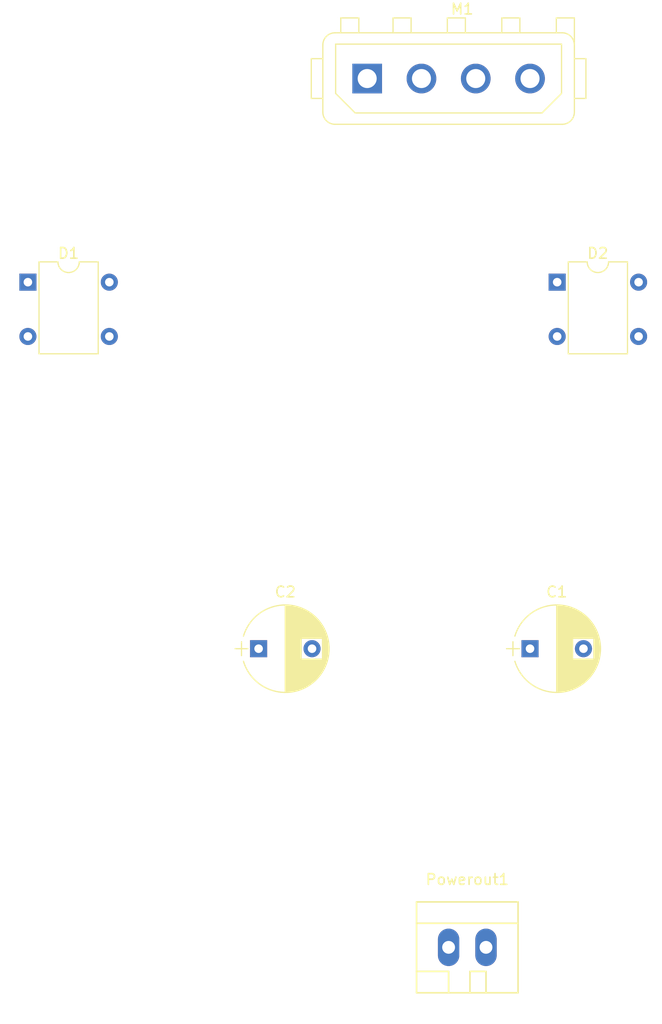
<source format=kicad_pcb>
(kicad_pcb (version 20171130) (host pcbnew "(5.1.0-0)")

  (general
    (thickness 1.6)
    (drawings 0)
    (tracks 0)
    (zones 0)
    (modules 6)
    (nets 6)
  )

  (page A4)
  (layers
    (0 F.Cu signal)
    (31 B.Cu signal)
    (32 B.Adhes user)
    (33 F.Adhes user)
    (34 B.Paste user)
    (35 F.Paste user)
    (36 B.SilkS user)
    (37 F.SilkS user)
    (38 B.Mask user)
    (39 F.Mask user)
    (40 Dwgs.User user)
    (41 Cmts.User user)
    (42 Eco1.User user)
    (43 Eco2.User user)
    (44 Edge.Cuts user)
    (45 Margin user)
    (46 B.CrtYd user)
    (47 F.CrtYd user)
    (48 B.Fab user)
    (49 F.Fab user)
  )

  (setup
    (last_trace_width 0.25)
    (trace_clearance 0.2)
    (zone_clearance 0.508)
    (zone_45_only no)
    (trace_min 0.2)
    (via_size 0.8)
    (via_drill 0.4)
    (via_min_size 0.4)
    (via_min_drill 0.3)
    (uvia_size 0.3)
    (uvia_drill 0.1)
    (uvias_allowed no)
    (uvia_min_size 0.2)
    (uvia_min_drill 0.1)
    (edge_width 0.1)
    (segment_width 0.2)
    (pcb_text_width 0.3)
    (pcb_text_size 1.5 1.5)
    (mod_edge_width 0.15)
    (mod_text_size 1 1)
    (mod_text_width 0.15)
    (pad_size 1.524 1.524)
    (pad_drill 0.762)
    (pad_to_mask_clearance 0)
    (aux_axis_origin 0 0)
    (visible_elements FFFFEF7F)
    (pcbplotparams
      (layerselection 0x010fc_ffffffff)
      (usegerberextensions false)
      (usegerberattributes false)
      (usegerberadvancedattributes false)
      (creategerberjobfile false)
      (excludeedgelayer true)
      (linewidth 0.100000)
      (plotframeref false)
      (viasonmask false)
      (mode 1)
      (useauxorigin false)
      (hpglpennumber 1)
      (hpglpenspeed 20)
      (hpglpendiameter 15.000000)
      (psnegative false)
      (psa4output false)
      (plotreference true)
      (plotvalue true)
      (plotinvisibletext false)
      (padsonsilk false)
      (subtractmaskfromsilk false)
      (outputformat 1)
      (mirror false)
      (drillshape 1)
      (scaleselection 1)
      (outputdirectory ""))
  )

  (net 0 "")
  (net 1 "Net-(C1-Pad2)")
  (net 2 +12V)
  (net 3 GND)
  (net 4 "Net-(D1-Pad3)")
  (net 5 "Net-(D2-Pad3)")

  (net_class Default "This is the default net class."
    (clearance 0.2)
    (trace_width 0.25)
    (via_dia 0.8)
    (via_drill 0.4)
    (uvia_dia 0.3)
    (uvia_drill 0.1)
    (add_net +12V)
    (add_net GND)
    (add_net "Net-(C1-Pad2)")
    (add_net "Net-(D1-Pad3)")
    (add_net "Net-(D2-Pad3)")
  )

  (module Capacitors_THT:CP_Radial_D8.0mm_P5.00mm (layer F.Cu) (tedit 597BC7C2) (tstamp 61001B43)
    (at 113.03 93.98)
    (descr "CP, Radial series, Radial, pin pitch=5.00mm, , diameter=8mm, Electrolytic Capacitor")
    (tags "CP Radial series Radial pin pitch 5.00mm  diameter 8mm Electrolytic Capacitor")
    (path /60F96173)
    (fp_text reference C1 (at 2.5 -5.31) (layer F.SilkS)
      (effects (font (size 1 1) (thickness 0.15)))
    )
    (fp_text value Capacitor (at 2.5 5.31) (layer F.Fab)
      (effects (font (size 1 1) (thickness 0.15)))
    )
    (fp_text user %R (at 2.5 0) (layer F.Fab)
      (effects (font (size 1 1) (thickness 0.15)))
    )
    (fp_line (start 6.85 -4.35) (end -1.85 -4.35) (layer F.CrtYd) (width 0.05))
    (fp_line (start 6.85 4.35) (end 6.85 -4.35) (layer F.CrtYd) (width 0.05))
    (fp_line (start -1.85 4.35) (end 6.85 4.35) (layer F.CrtYd) (width 0.05))
    (fp_line (start -1.85 -4.35) (end -1.85 4.35) (layer F.CrtYd) (width 0.05))
    (fp_line (start -1.6 -0.65) (end -1.6 0.65) (layer F.SilkS) (width 0.12))
    (fp_line (start -2.2 0) (end -1 0) (layer F.SilkS) (width 0.12))
    (fp_line (start 6.581 -0.246) (end 6.581 0.246) (layer F.SilkS) (width 0.12))
    (fp_line (start 6.541 -0.598) (end 6.541 0.598) (layer F.SilkS) (width 0.12))
    (fp_line (start 6.501 -0.814) (end 6.501 0.814) (layer F.SilkS) (width 0.12))
    (fp_line (start 6.461 -0.983) (end 6.461 0.983) (layer F.SilkS) (width 0.12))
    (fp_line (start 6.421 -1.127) (end 6.421 1.127) (layer F.SilkS) (width 0.12))
    (fp_line (start 6.381 -1.254) (end 6.381 1.254) (layer F.SilkS) (width 0.12))
    (fp_line (start 6.341 -1.369) (end 6.341 1.369) (layer F.SilkS) (width 0.12))
    (fp_line (start 6.301 -1.473) (end 6.301 1.473) (layer F.SilkS) (width 0.12))
    (fp_line (start 6.261 -1.57) (end 6.261 1.57) (layer F.SilkS) (width 0.12))
    (fp_line (start 6.221 -1.66) (end 6.221 1.66) (layer F.SilkS) (width 0.12))
    (fp_line (start 6.181 -1.745) (end 6.181 1.745) (layer F.SilkS) (width 0.12))
    (fp_line (start 6.141 -1.826) (end 6.141 1.826) (layer F.SilkS) (width 0.12))
    (fp_line (start 6.101 -1.902) (end 6.101 1.902) (layer F.SilkS) (width 0.12))
    (fp_line (start 6.061 -1.974) (end 6.061 1.974) (layer F.SilkS) (width 0.12))
    (fp_line (start 6.021 -2.043) (end 6.021 2.043) (layer F.SilkS) (width 0.12))
    (fp_line (start 5.981 -2.109) (end 5.981 2.109) (layer F.SilkS) (width 0.12))
    (fp_line (start 5.941 0.98) (end 5.941 2.173) (layer F.SilkS) (width 0.12))
    (fp_line (start 5.941 -2.173) (end 5.941 -0.98) (layer F.SilkS) (width 0.12))
    (fp_line (start 5.901 0.98) (end 5.901 2.234) (layer F.SilkS) (width 0.12))
    (fp_line (start 5.901 -2.234) (end 5.901 -0.98) (layer F.SilkS) (width 0.12))
    (fp_line (start 5.861 0.98) (end 5.861 2.293) (layer F.SilkS) (width 0.12))
    (fp_line (start 5.861 -2.293) (end 5.861 -0.98) (layer F.SilkS) (width 0.12))
    (fp_line (start 5.821 0.98) (end 5.821 2.349) (layer F.SilkS) (width 0.12))
    (fp_line (start 5.821 -2.349) (end 5.821 -0.98) (layer F.SilkS) (width 0.12))
    (fp_line (start 5.781 0.98) (end 5.781 2.404) (layer F.SilkS) (width 0.12))
    (fp_line (start 5.781 -2.404) (end 5.781 -0.98) (layer F.SilkS) (width 0.12))
    (fp_line (start 5.741 0.98) (end 5.741 2.457) (layer F.SilkS) (width 0.12))
    (fp_line (start 5.741 -2.457) (end 5.741 -0.98) (layer F.SilkS) (width 0.12))
    (fp_line (start 5.701 0.98) (end 5.701 2.508) (layer F.SilkS) (width 0.12))
    (fp_line (start 5.701 -2.508) (end 5.701 -0.98) (layer F.SilkS) (width 0.12))
    (fp_line (start 5.661 0.98) (end 5.661 2.557) (layer F.SilkS) (width 0.12))
    (fp_line (start 5.661 -2.557) (end 5.661 -0.98) (layer F.SilkS) (width 0.12))
    (fp_line (start 5.621 0.98) (end 5.621 2.605) (layer F.SilkS) (width 0.12))
    (fp_line (start 5.621 -2.605) (end 5.621 -0.98) (layer F.SilkS) (width 0.12))
    (fp_line (start 5.581 0.98) (end 5.581 2.652) (layer F.SilkS) (width 0.12))
    (fp_line (start 5.581 -2.652) (end 5.581 -0.98) (layer F.SilkS) (width 0.12))
    (fp_line (start 5.541 0.98) (end 5.541 2.697) (layer F.SilkS) (width 0.12))
    (fp_line (start 5.541 -2.697) (end 5.541 -0.98) (layer F.SilkS) (width 0.12))
    (fp_line (start 5.501 0.98) (end 5.501 2.74) (layer F.SilkS) (width 0.12))
    (fp_line (start 5.501 -2.74) (end 5.501 -0.98) (layer F.SilkS) (width 0.12))
    (fp_line (start 5.461 0.98) (end 5.461 2.783) (layer F.SilkS) (width 0.12))
    (fp_line (start 5.461 -2.783) (end 5.461 -0.98) (layer F.SilkS) (width 0.12))
    (fp_line (start 5.421 0.98) (end 5.421 2.824) (layer F.SilkS) (width 0.12))
    (fp_line (start 5.421 -2.824) (end 5.421 -0.98) (layer F.SilkS) (width 0.12))
    (fp_line (start 5.381 0.98) (end 5.381 2.865) (layer F.SilkS) (width 0.12))
    (fp_line (start 5.381 -2.865) (end 5.381 -0.98) (layer F.SilkS) (width 0.12))
    (fp_line (start 5.341 0.98) (end 5.341 2.904) (layer F.SilkS) (width 0.12))
    (fp_line (start 5.341 -2.904) (end 5.341 -0.98) (layer F.SilkS) (width 0.12))
    (fp_line (start 5.301 0.98) (end 5.301 2.942) (layer F.SilkS) (width 0.12))
    (fp_line (start 5.301 -2.942) (end 5.301 -0.98) (layer F.SilkS) (width 0.12))
    (fp_line (start 5.261 0.98) (end 5.261 2.979) (layer F.SilkS) (width 0.12))
    (fp_line (start 5.261 -2.979) (end 5.261 -0.98) (layer F.SilkS) (width 0.12))
    (fp_line (start 5.221 0.98) (end 5.221 3.015) (layer F.SilkS) (width 0.12))
    (fp_line (start 5.221 -3.015) (end 5.221 -0.98) (layer F.SilkS) (width 0.12))
    (fp_line (start 5.181 0.98) (end 5.181 3.05) (layer F.SilkS) (width 0.12))
    (fp_line (start 5.181 -3.05) (end 5.181 -0.98) (layer F.SilkS) (width 0.12))
    (fp_line (start 5.141 0.98) (end 5.141 3.084) (layer F.SilkS) (width 0.12))
    (fp_line (start 5.141 -3.084) (end 5.141 -0.98) (layer F.SilkS) (width 0.12))
    (fp_line (start 5.101 0.98) (end 5.101 3.118) (layer F.SilkS) (width 0.12))
    (fp_line (start 5.101 -3.118) (end 5.101 -0.98) (layer F.SilkS) (width 0.12))
    (fp_line (start 5.061 0.98) (end 5.061 3.15) (layer F.SilkS) (width 0.12))
    (fp_line (start 5.061 -3.15) (end 5.061 -0.98) (layer F.SilkS) (width 0.12))
    (fp_line (start 5.021 0.98) (end 5.021 3.182) (layer F.SilkS) (width 0.12))
    (fp_line (start 5.021 -3.182) (end 5.021 -0.98) (layer F.SilkS) (width 0.12))
    (fp_line (start 4.981 0.98) (end 4.981 3.213) (layer F.SilkS) (width 0.12))
    (fp_line (start 4.981 -3.213) (end 4.981 -0.98) (layer F.SilkS) (width 0.12))
    (fp_line (start 4.941 0.98) (end 4.941 3.243) (layer F.SilkS) (width 0.12))
    (fp_line (start 4.941 -3.243) (end 4.941 -0.98) (layer F.SilkS) (width 0.12))
    (fp_line (start 4.901 0.98) (end 4.901 3.272) (layer F.SilkS) (width 0.12))
    (fp_line (start 4.901 -3.272) (end 4.901 -0.98) (layer F.SilkS) (width 0.12))
    (fp_line (start 4.861 0.98) (end 4.861 3.301) (layer F.SilkS) (width 0.12))
    (fp_line (start 4.861 -3.301) (end 4.861 -0.98) (layer F.SilkS) (width 0.12))
    (fp_line (start 4.821 0.98) (end 4.821 3.329) (layer F.SilkS) (width 0.12))
    (fp_line (start 4.821 -3.329) (end 4.821 -0.98) (layer F.SilkS) (width 0.12))
    (fp_line (start 4.781 0.98) (end 4.781 3.356) (layer F.SilkS) (width 0.12))
    (fp_line (start 4.781 -3.356) (end 4.781 -0.98) (layer F.SilkS) (width 0.12))
    (fp_line (start 4.741 0.98) (end 4.741 3.383) (layer F.SilkS) (width 0.12))
    (fp_line (start 4.741 -3.383) (end 4.741 -0.98) (layer F.SilkS) (width 0.12))
    (fp_line (start 4.701 0.98) (end 4.701 3.408) (layer F.SilkS) (width 0.12))
    (fp_line (start 4.701 -3.408) (end 4.701 -0.98) (layer F.SilkS) (width 0.12))
    (fp_line (start 4.661 0.98) (end 4.661 3.434) (layer F.SilkS) (width 0.12))
    (fp_line (start 4.661 -3.434) (end 4.661 -0.98) (layer F.SilkS) (width 0.12))
    (fp_line (start 4.621 0.98) (end 4.621 3.458) (layer F.SilkS) (width 0.12))
    (fp_line (start 4.621 -3.458) (end 4.621 -0.98) (layer F.SilkS) (width 0.12))
    (fp_line (start 4.581 0.98) (end 4.581 3.482) (layer F.SilkS) (width 0.12))
    (fp_line (start 4.581 -3.482) (end 4.581 -0.98) (layer F.SilkS) (width 0.12))
    (fp_line (start 4.541 0.98) (end 4.541 3.505) (layer F.SilkS) (width 0.12))
    (fp_line (start 4.541 -3.505) (end 4.541 -0.98) (layer F.SilkS) (width 0.12))
    (fp_line (start 4.501 0.98) (end 4.501 3.528) (layer F.SilkS) (width 0.12))
    (fp_line (start 4.501 -3.528) (end 4.501 -0.98) (layer F.SilkS) (width 0.12))
    (fp_line (start 4.461 0.98) (end 4.461 3.55) (layer F.SilkS) (width 0.12))
    (fp_line (start 4.461 -3.55) (end 4.461 -0.98) (layer F.SilkS) (width 0.12))
    (fp_line (start 4.421 0.98) (end 4.421 3.572) (layer F.SilkS) (width 0.12))
    (fp_line (start 4.421 -3.572) (end 4.421 -0.98) (layer F.SilkS) (width 0.12))
    (fp_line (start 4.381 0.98) (end 4.381 3.593) (layer F.SilkS) (width 0.12))
    (fp_line (start 4.381 -3.593) (end 4.381 -0.98) (layer F.SilkS) (width 0.12))
    (fp_line (start 4.341 0.98) (end 4.341 3.613) (layer F.SilkS) (width 0.12))
    (fp_line (start 4.341 -3.613) (end 4.341 -0.98) (layer F.SilkS) (width 0.12))
    (fp_line (start 4.301 0.98) (end 4.301 3.633) (layer F.SilkS) (width 0.12))
    (fp_line (start 4.301 -3.633) (end 4.301 -0.98) (layer F.SilkS) (width 0.12))
    (fp_line (start 4.261 0.98) (end 4.261 3.652) (layer F.SilkS) (width 0.12))
    (fp_line (start 4.261 -3.652) (end 4.261 -0.98) (layer F.SilkS) (width 0.12))
    (fp_line (start 4.221 0.98) (end 4.221 3.671) (layer F.SilkS) (width 0.12))
    (fp_line (start 4.221 -3.671) (end 4.221 -0.98) (layer F.SilkS) (width 0.12))
    (fp_line (start 4.181 0.98) (end 4.181 3.69) (layer F.SilkS) (width 0.12))
    (fp_line (start 4.181 -3.69) (end 4.181 -0.98) (layer F.SilkS) (width 0.12))
    (fp_line (start 4.141 0.98) (end 4.141 3.707) (layer F.SilkS) (width 0.12))
    (fp_line (start 4.141 -3.707) (end 4.141 -0.98) (layer F.SilkS) (width 0.12))
    (fp_line (start 4.101 0.98) (end 4.101 3.725) (layer F.SilkS) (width 0.12))
    (fp_line (start 4.101 -3.725) (end 4.101 -0.98) (layer F.SilkS) (width 0.12))
    (fp_line (start 4.061 0.98) (end 4.061 3.741) (layer F.SilkS) (width 0.12))
    (fp_line (start 4.061 -3.741) (end 4.061 -0.98) (layer F.SilkS) (width 0.12))
    (fp_line (start 4.021 0.98) (end 4.021 3.758) (layer F.SilkS) (width 0.12))
    (fp_line (start 4.021 -3.758) (end 4.021 -0.98) (layer F.SilkS) (width 0.12))
    (fp_line (start 3.981 -3.773) (end 3.981 3.773) (layer F.SilkS) (width 0.12))
    (fp_line (start 3.941 -3.789) (end 3.941 3.789) (layer F.SilkS) (width 0.12))
    (fp_line (start 3.901 -3.803) (end 3.901 3.803) (layer F.SilkS) (width 0.12))
    (fp_line (start 3.861 -3.818) (end 3.861 3.818) (layer F.SilkS) (width 0.12))
    (fp_line (start 3.821 -3.832) (end 3.821 3.832) (layer F.SilkS) (width 0.12))
    (fp_line (start 3.781 -3.845) (end 3.781 3.845) (layer F.SilkS) (width 0.12))
    (fp_line (start 3.741 -3.858) (end 3.741 3.858) (layer F.SilkS) (width 0.12))
    (fp_line (start 3.701 -3.87) (end 3.701 3.87) (layer F.SilkS) (width 0.12))
    (fp_line (start 3.661 -3.883) (end 3.661 3.883) (layer F.SilkS) (width 0.12))
    (fp_line (start 3.621 -3.894) (end 3.621 3.894) (layer F.SilkS) (width 0.12))
    (fp_line (start 3.581 -3.905) (end 3.581 3.905) (layer F.SilkS) (width 0.12))
    (fp_line (start 3.541 -3.916) (end 3.541 3.916) (layer F.SilkS) (width 0.12))
    (fp_line (start 3.501 -3.926) (end 3.501 3.926) (layer F.SilkS) (width 0.12))
    (fp_line (start 3.461 -3.936) (end 3.461 3.936) (layer F.SilkS) (width 0.12))
    (fp_line (start 3.421 -3.946) (end 3.421 3.946) (layer F.SilkS) (width 0.12))
    (fp_line (start 3.381 -3.955) (end 3.381 3.955) (layer F.SilkS) (width 0.12))
    (fp_line (start 3.341 -3.963) (end 3.341 3.963) (layer F.SilkS) (width 0.12))
    (fp_line (start 3.301 -3.971) (end 3.301 3.971) (layer F.SilkS) (width 0.12))
    (fp_line (start 3.261 -3.979) (end 3.261 3.979) (layer F.SilkS) (width 0.12))
    (fp_line (start 3.221 -3.987) (end 3.221 3.987) (layer F.SilkS) (width 0.12))
    (fp_line (start 3.18 -3.994) (end 3.18 3.994) (layer F.SilkS) (width 0.12))
    (fp_line (start 3.14 -4) (end 3.14 4) (layer F.SilkS) (width 0.12))
    (fp_line (start 3.1 -4.006) (end 3.1 4.006) (layer F.SilkS) (width 0.12))
    (fp_line (start 3.06 -4.012) (end 3.06 4.012) (layer F.SilkS) (width 0.12))
    (fp_line (start 3.02 -4.017) (end 3.02 4.017) (layer F.SilkS) (width 0.12))
    (fp_line (start 2.98 -4.022) (end 2.98 4.022) (layer F.SilkS) (width 0.12))
    (fp_line (start 2.94 -4.027) (end 2.94 4.027) (layer F.SilkS) (width 0.12))
    (fp_line (start 2.9 -4.031) (end 2.9 4.031) (layer F.SilkS) (width 0.12))
    (fp_line (start 2.86 -4.035) (end 2.86 4.035) (layer F.SilkS) (width 0.12))
    (fp_line (start 2.82 -4.038) (end 2.82 4.038) (layer F.SilkS) (width 0.12))
    (fp_line (start 2.78 -4.041) (end 2.78 4.041) (layer F.SilkS) (width 0.12))
    (fp_line (start 2.74 -4.043) (end 2.74 4.043) (layer F.SilkS) (width 0.12))
    (fp_line (start 2.7 -4.046) (end 2.7 4.046) (layer F.SilkS) (width 0.12))
    (fp_line (start 2.66 -4.047) (end 2.66 4.047) (layer F.SilkS) (width 0.12))
    (fp_line (start 2.62 -4.049) (end 2.62 4.049) (layer F.SilkS) (width 0.12))
    (fp_line (start 2.58 -4.05) (end 2.58 4.05) (layer F.SilkS) (width 0.12))
    (fp_line (start 2.54 -4.05) (end 2.54 4.05) (layer F.SilkS) (width 0.12))
    (fp_line (start 2.5 -4.05) (end 2.5 4.05) (layer F.SilkS) (width 0.12))
    (fp_line (start -1.6 -0.65) (end -1.6 0.65) (layer F.Fab) (width 0.1))
    (fp_line (start -2.2 0) (end -1 0) (layer F.Fab) (width 0.1))
    (fp_circle (center 2.5 0) (end 6.5 0) (layer F.Fab) (width 0.1))
    (fp_arc (start 2.5 0) (end 6.416082 -1.18) (angle 33.5) (layer F.SilkS) (width 0.12))
    (fp_arc (start 2.5 0) (end -1.416082 1.18) (angle -146.5) (layer F.SilkS) (width 0.12))
    (fp_arc (start 2.5 0) (end -1.416082 -1.18) (angle 146.5) (layer F.SilkS) (width 0.12))
    (pad 2 thru_hole circle (at 5 0) (size 1.6 1.6) (drill 0.8) (layers *.Cu *.Mask)
      (net 1 "Net-(C1-Pad2)"))
    (pad 1 thru_hole rect (at 0 0) (size 1.6 1.6) (drill 0.8) (layers *.Cu *.Mask)
      (net 2 +12V))
    (model ${KISYS3DMOD}/Capacitors_THT.3dshapes/CP_Radial_D8.0mm_P5.00mm.wrl
      (at (xyz 0 0 0))
      (scale (xyz 1 1 1))
      (rotate (xyz 0 0 0))
    )
  )

  (module Capacitors_THT:CP_Radial_D8.0mm_P5.00mm (layer F.Cu) (tedit 597BC7C2) (tstamp 61001BEE)
    (at 87.63 93.98)
    (descr "CP, Radial series, Radial, pin pitch=5.00mm, , diameter=8mm, Electrolytic Capacitor")
    (tags "CP Radial series Radial pin pitch 5.00mm  diameter 8mm Electrolytic Capacitor")
    (path /60F9D027)
    (fp_text reference C2 (at 2.5 -5.31) (layer F.SilkS)
      (effects (font (size 1 1) (thickness 0.15)))
    )
    (fp_text value Capacitor (at 2.5 5.31) (layer F.Fab)
      (effects (font (size 1 1) (thickness 0.15)))
    )
    (fp_arc (start 2.5 0) (end -1.416082 -1.18) (angle 146.5) (layer F.SilkS) (width 0.12))
    (fp_arc (start 2.5 0) (end -1.416082 1.18) (angle -146.5) (layer F.SilkS) (width 0.12))
    (fp_arc (start 2.5 0) (end 6.416082 -1.18) (angle 33.5) (layer F.SilkS) (width 0.12))
    (fp_circle (center 2.5 0) (end 6.5 0) (layer F.Fab) (width 0.1))
    (fp_line (start -2.2 0) (end -1 0) (layer F.Fab) (width 0.1))
    (fp_line (start -1.6 -0.65) (end -1.6 0.65) (layer F.Fab) (width 0.1))
    (fp_line (start 2.5 -4.05) (end 2.5 4.05) (layer F.SilkS) (width 0.12))
    (fp_line (start 2.54 -4.05) (end 2.54 4.05) (layer F.SilkS) (width 0.12))
    (fp_line (start 2.58 -4.05) (end 2.58 4.05) (layer F.SilkS) (width 0.12))
    (fp_line (start 2.62 -4.049) (end 2.62 4.049) (layer F.SilkS) (width 0.12))
    (fp_line (start 2.66 -4.047) (end 2.66 4.047) (layer F.SilkS) (width 0.12))
    (fp_line (start 2.7 -4.046) (end 2.7 4.046) (layer F.SilkS) (width 0.12))
    (fp_line (start 2.74 -4.043) (end 2.74 4.043) (layer F.SilkS) (width 0.12))
    (fp_line (start 2.78 -4.041) (end 2.78 4.041) (layer F.SilkS) (width 0.12))
    (fp_line (start 2.82 -4.038) (end 2.82 4.038) (layer F.SilkS) (width 0.12))
    (fp_line (start 2.86 -4.035) (end 2.86 4.035) (layer F.SilkS) (width 0.12))
    (fp_line (start 2.9 -4.031) (end 2.9 4.031) (layer F.SilkS) (width 0.12))
    (fp_line (start 2.94 -4.027) (end 2.94 4.027) (layer F.SilkS) (width 0.12))
    (fp_line (start 2.98 -4.022) (end 2.98 4.022) (layer F.SilkS) (width 0.12))
    (fp_line (start 3.02 -4.017) (end 3.02 4.017) (layer F.SilkS) (width 0.12))
    (fp_line (start 3.06 -4.012) (end 3.06 4.012) (layer F.SilkS) (width 0.12))
    (fp_line (start 3.1 -4.006) (end 3.1 4.006) (layer F.SilkS) (width 0.12))
    (fp_line (start 3.14 -4) (end 3.14 4) (layer F.SilkS) (width 0.12))
    (fp_line (start 3.18 -3.994) (end 3.18 3.994) (layer F.SilkS) (width 0.12))
    (fp_line (start 3.221 -3.987) (end 3.221 3.987) (layer F.SilkS) (width 0.12))
    (fp_line (start 3.261 -3.979) (end 3.261 3.979) (layer F.SilkS) (width 0.12))
    (fp_line (start 3.301 -3.971) (end 3.301 3.971) (layer F.SilkS) (width 0.12))
    (fp_line (start 3.341 -3.963) (end 3.341 3.963) (layer F.SilkS) (width 0.12))
    (fp_line (start 3.381 -3.955) (end 3.381 3.955) (layer F.SilkS) (width 0.12))
    (fp_line (start 3.421 -3.946) (end 3.421 3.946) (layer F.SilkS) (width 0.12))
    (fp_line (start 3.461 -3.936) (end 3.461 3.936) (layer F.SilkS) (width 0.12))
    (fp_line (start 3.501 -3.926) (end 3.501 3.926) (layer F.SilkS) (width 0.12))
    (fp_line (start 3.541 -3.916) (end 3.541 3.916) (layer F.SilkS) (width 0.12))
    (fp_line (start 3.581 -3.905) (end 3.581 3.905) (layer F.SilkS) (width 0.12))
    (fp_line (start 3.621 -3.894) (end 3.621 3.894) (layer F.SilkS) (width 0.12))
    (fp_line (start 3.661 -3.883) (end 3.661 3.883) (layer F.SilkS) (width 0.12))
    (fp_line (start 3.701 -3.87) (end 3.701 3.87) (layer F.SilkS) (width 0.12))
    (fp_line (start 3.741 -3.858) (end 3.741 3.858) (layer F.SilkS) (width 0.12))
    (fp_line (start 3.781 -3.845) (end 3.781 3.845) (layer F.SilkS) (width 0.12))
    (fp_line (start 3.821 -3.832) (end 3.821 3.832) (layer F.SilkS) (width 0.12))
    (fp_line (start 3.861 -3.818) (end 3.861 3.818) (layer F.SilkS) (width 0.12))
    (fp_line (start 3.901 -3.803) (end 3.901 3.803) (layer F.SilkS) (width 0.12))
    (fp_line (start 3.941 -3.789) (end 3.941 3.789) (layer F.SilkS) (width 0.12))
    (fp_line (start 3.981 -3.773) (end 3.981 3.773) (layer F.SilkS) (width 0.12))
    (fp_line (start 4.021 -3.758) (end 4.021 -0.98) (layer F.SilkS) (width 0.12))
    (fp_line (start 4.021 0.98) (end 4.021 3.758) (layer F.SilkS) (width 0.12))
    (fp_line (start 4.061 -3.741) (end 4.061 -0.98) (layer F.SilkS) (width 0.12))
    (fp_line (start 4.061 0.98) (end 4.061 3.741) (layer F.SilkS) (width 0.12))
    (fp_line (start 4.101 -3.725) (end 4.101 -0.98) (layer F.SilkS) (width 0.12))
    (fp_line (start 4.101 0.98) (end 4.101 3.725) (layer F.SilkS) (width 0.12))
    (fp_line (start 4.141 -3.707) (end 4.141 -0.98) (layer F.SilkS) (width 0.12))
    (fp_line (start 4.141 0.98) (end 4.141 3.707) (layer F.SilkS) (width 0.12))
    (fp_line (start 4.181 -3.69) (end 4.181 -0.98) (layer F.SilkS) (width 0.12))
    (fp_line (start 4.181 0.98) (end 4.181 3.69) (layer F.SilkS) (width 0.12))
    (fp_line (start 4.221 -3.671) (end 4.221 -0.98) (layer F.SilkS) (width 0.12))
    (fp_line (start 4.221 0.98) (end 4.221 3.671) (layer F.SilkS) (width 0.12))
    (fp_line (start 4.261 -3.652) (end 4.261 -0.98) (layer F.SilkS) (width 0.12))
    (fp_line (start 4.261 0.98) (end 4.261 3.652) (layer F.SilkS) (width 0.12))
    (fp_line (start 4.301 -3.633) (end 4.301 -0.98) (layer F.SilkS) (width 0.12))
    (fp_line (start 4.301 0.98) (end 4.301 3.633) (layer F.SilkS) (width 0.12))
    (fp_line (start 4.341 -3.613) (end 4.341 -0.98) (layer F.SilkS) (width 0.12))
    (fp_line (start 4.341 0.98) (end 4.341 3.613) (layer F.SilkS) (width 0.12))
    (fp_line (start 4.381 -3.593) (end 4.381 -0.98) (layer F.SilkS) (width 0.12))
    (fp_line (start 4.381 0.98) (end 4.381 3.593) (layer F.SilkS) (width 0.12))
    (fp_line (start 4.421 -3.572) (end 4.421 -0.98) (layer F.SilkS) (width 0.12))
    (fp_line (start 4.421 0.98) (end 4.421 3.572) (layer F.SilkS) (width 0.12))
    (fp_line (start 4.461 -3.55) (end 4.461 -0.98) (layer F.SilkS) (width 0.12))
    (fp_line (start 4.461 0.98) (end 4.461 3.55) (layer F.SilkS) (width 0.12))
    (fp_line (start 4.501 -3.528) (end 4.501 -0.98) (layer F.SilkS) (width 0.12))
    (fp_line (start 4.501 0.98) (end 4.501 3.528) (layer F.SilkS) (width 0.12))
    (fp_line (start 4.541 -3.505) (end 4.541 -0.98) (layer F.SilkS) (width 0.12))
    (fp_line (start 4.541 0.98) (end 4.541 3.505) (layer F.SilkS) (width 0.12))
    (fp_line (start 4.581 -3.482) (end 4.581 -0.98) (layer F.SilkS) (width 0.12))
    (fp_line (start 4.581 0.98) (end 4.581 3.482) (layer F.SilkS) (width 0.12))
    (fp_line (start 4.621 -3.458) (end 4.621 -0.98) (layer F.SilkS) (width 0.12))
    (fp_line (start 4.621 0.98) (end 4.621 3.458) (layer F.SilkS) (width 0.12))
    (fp_line (start 4.661 -3.434) (end 4.661 -0.98) (layer F.SilkS) (width 0.12))
    (fp_line (start 4.661 0.98) (end 4.661 3.434) (layer F.SilkS) (width 0.12))
    (fp_line (start 4.701 -3.408) (end 4.701 -0.98) (layer F.SilkS) (width 0.12))
    (fp_line (start 4.701 0.98) (end 4.701 3.408) (layer F.SilkS) (width 0.12))
    (fp_line (start 4.741 -3.383) (end 4.741 -0.98) (layer F.SilkS) (width 0.12))
    (fp_line (start 4.741 0.98) (end 4.741 3.383) (layer F.SilkS) (width 0.12))
    (fp_line (start 4.781 -3.356) (end 4.781 -0.98) (layer F.SilkS) (width 0.12))
    (fp_line (start 4.781 0.98) (end 4.781 3.356) (layer F.SilkS) (width 0.12))
    (fp_line (start 4.821 -3.329) (end 4.821 -0.98) (layer F.SilkS) (width 0.12))
    (fp_line (start 4.821 0.98) (end 4.821 3.329) (layer F.SilkS) (width 0.12))
    (fp_line (start 4.861 -3.301) (end 4.861 -0.98) (layer F.SilkS) (width 0.12))
    (fp_line (start 4.861 0.98) (end 4.861 3.301) (layer F.SilkS) (width 0.12))
    (fp_line (start 4.901 -3.272) (end 4.901 -0.98) (layer F.SilkS) (width 0.12))
    (fp_line (start 4.901 0.98) (end 4.901 3.272) (layer F.SilkS) (width 0.12))
    (fp_line (start 4.941 -3.243) (end 4.941 -0.98) (layer F.SilkS) (width 0.12))
    (fp_line (start 4.941 0.98) (end 4.941 3.243) (layer F.SilkS) (width 0.12))
    (fp_line (start 4.981 -3.213) (end 4.981 -0.98) (layer F.SilkS) (width 0.12))
    (fp_line (start 4.981 0.98) (end 4.981 3.213) (layer F.SilkS) (width 0.12))
    (fp_line (start 5.021 -3.182) (end 5.021 -0.98) (layer F.SilkS) (width 0.12))
    (fp_line (start 5.021 0.98) (end 5.021 3.182) (layer F.SilkS) (width 0.12))
    (fp_line (start 5.061 -3.15) (end 5.061 -0.98) (layer F.SilkS) (width 0.12))
    (fp_line (start 5.061 0.98) (end 5.061 3.15) (layer F.SilkS) (width 0.12))
    (fp_line (start 5.101 -3.118) (end 5.101 -0.98) (layer F.SilkS) (width 0.12))
    (fp_line (start 5.101 0.98) (end 5.101 3.118) (layer F.SilkS) (width 0.12))
    (fp_line (start 5.141 -3.084) (end 5.141 -0.98) (layer F.SilkS) (width 0.12))
    (fp_line (start 5.141 0.98) (end 5.141 3.084) (layer F.SilkS) (width 0.12))
    (fp_line (start 5.181 -3.05) (end 5.181 -0.98) (layer F.SilkS) (width 0.12))
    (fp_line (start 5.181 0.98) (end 5.181 3.05) (layer F.SilkS) (width 0.12))
    (fp_line (start 5.221 -3.015) (end 5.221 -0.98) (layer F.SilkS) (width 0.12))
    (fp_line (start 5.221 0.98) (end 5.221 3.015) (layer F.SilkS) (width 0.12))
    (fp_line (start 5.261 -2.979) (end 5.261 -0.98) (layer F.SilkS) (width 0.12))
    (fp_line (start 5.261 0.98) (end 5.261 2.979) (layer F.SilkS) (width 0.12))
    (fp_line (start 5.301 -2.942) (end 5.301 -0.98) (layer F.SilkS) (width 0.12))
    (fp_line (start 5.301 0.98) (end 5.301 2.942) (layer F.SilkS) (width 0.12))
    (fp_line (start 5.341 -2.904) (end 5.341 -0.98) (layer F.SilkS) (width 0.12))
    (fp_line (start 5.341 0.98) (end 5.341 2.904) (layer F.SilkS) (width 0.12))
    (fp_line (start 5.381 -2.865) (end 5.381 -0.98) (layer F.SilkS) (width 0.12))
    (fp_line (start 5.381 0.98) (end 5.381 2.865) (layer F.SilkS) (width 0.12))
    (fp_line (start 5.421 -2.824) (end 5.421 -0.98) (layer F.SilkS) (width 0.12))
    (fp_line (start 5.421 0.98) (end 5.421 2.824) (layer F.SilkS) (width 0.12))
    (fp_line (start 5.461 -2.783) (end 5.461 -0.98) (layer F.SilkS) (width 0.12))
    (fp_line (start 5.461 0.98) (end 5.461 2.783) (layer F.SilkS) (width 0.12))
    (fp_line (start 5.501 -2.74) (end 5.501 -0.98) (layer F.SilkS) (width 0.12))
    (fp_line (start 5.501 0.98) (end 5.501 2.74) (layer F.SilkS) (width 0.12))
    (fp_line (start 5.541 -2.697) (end 5.541 -0.98) (layer F.SilkS) (width 0.12))
    (fp_line (start 5.541 0.98) (end 5.541 2.697) (layer F.SilkS) (width 0.12))
    (fp_line (start 5.581 -2.652) (end 5.581 -0.98) (layer F.SilkS) (width 0.12))
    (fp_line (start 5.581 0.98) (end 5.581 2.652) (layer F.SilkS) (width 0.12))
    (fp_line (start 5.621 -2.605) (end 5.621 -0.98) (layer F.SilkS) (width 0.12))
    (fp_line (start 5.621 0.98) (end 5.621 2.605) (layer F.SilkS) (width 0.12))
    (fp_line (start 5.661 -2.557) (end 5.661 -0.98) (layer F.SilkS) (width 0.12))
    (fp_line (start 5.661 0.98) (end 5.661 2.557) (layer F.SilkS) (width 0.12))
    (fp_line (start 5.701 -2.508) (end 5.701 -0.98) (layer F.SilkS) (width 0.12))
    (fp_line (start 5.701 0.98) (end 5.701 2.508) (layer F.SilkS) (width 0.12))
    (fp_line (start 5.741 -2.457) (end 5.741 -0.98) (layer F.SilkS) (width 0.12))
    (fp_line (start 5.741 0.98) (end 5.741 2.457) (layer F.SilkS) (width 0.12))
    (fp_line (start 5.781 -2.404) (end 5.781 -0.98) (layer F.SilkS) (width 0.12))
    (fp_line (start 5.781 0.98) (end 5.781 2.404) (layer F.SilkS) (width 0.12))
    (fp_line (start 5.821 -2.349) (end 5.821 -0.98) (layer F.SilkS) (width 0.12))
    (fp_line (start 5.821 0.98) (end 5.821 2.349) (layer F.SilkS) (width 0.12))
    (fp_line (start 5.861 -2.293) (end 5.861 -0.98) (layer F.SilkS) (width 0.12))
    (fp_line (start 5.861 0.98) (end 5.861 2.293) (layer F.SilkS) (width 0.12))
    (fp_line (start 5.901 -2.234) (end 5.901 -0.98) (layer F.SilkS) (width 0.12))
    (fp_line (start 5.901 0.98) (end 5.901 2.234) (layer F.SilkS) (width 0.12))
    (fp_line (start 5.941 -2.173) (end 5.941 -0.98) (layer F.SilkS) (width 0.12))
    (fp_line (start 5.941 0.98) (end 5.941 2.173) (layer F.SilkS) (width 0.12))
    (fp_line (start 5.981 -2.109) (end 5.981 2.109) (layer F.SilkS) (width 0.12))
    (fp_line (start 6.021 -2.043) (end 6.021 2.043) (layer F.SilkS) (width 0.12))
    (fp_line (start 6.061 -1.974) (end 6.061 1.974) (layer F.SilkS) (width 0.12))
    (fp_line (start 6.101 -1.902) (end 6.101 1.902) (layer F.SilkS) (width 0.12))
    (fp_line (start 6.141 -1.826) (end 6.141 1.826) (layer F.SilkS) (width 0.12))
    (fp_line (start 6.181 -1.745) (end 6.181 1.745) (layer F.SilkS) (width 0.12))
    (fp_line (start 6.221 -1.66) (end 6.221 1.66) (layer F.SilkS) (width 0.12))
    (fp_line (start 6.261 -1.57) (end 6.261 1.57) (layer F.SilkS) (width 0.12))
    (fp_line (start 6.301 -1.473) (end 6.301 1.473) (layer F.SilkS) (width 0.12))
    (fp_line (start 6.341 -1.369) (end 6.341 1.369) (layer F.SilkS) (width 0.12))
    (fp_line (start 6.381 -1.254) (end 6.381 1.254) (layer F.SilkS) (width 0.12))
    (fp_line (start 6.421 -1.127) (end 6.421 1.127) (layer F.SilkS) (width 0.12))
    (fp_line (start 6.461 -0.983) (end 6.461 0.983) (layer F.SilkS) (width 0.12))
    (fp_line (start 6.501 -0.814) (end 6.501 0.814) (layer F.SilkS) (width 0.12))
    (fp_line (start 6.541 -0.598) (end 6.541 0.598) (layer F.SilkS) (width 0.12))
    (fp_line (start 6.581 -0.246) (end 6.581 0.246) (layer F.SilkS) (width 0.12))
    (fp_line (start -2.2 0) (end -1 0) (layer F.SilkS) (width 0.12))
    (fp_line (start -1.6 -0.65) (end -1.6 0.65) (layer F.SilkS) (width 0.12))
    (fp_line (start -1.85 -4.35) (end -1.85 4.35) (layer F.CrtYd) (width 0.05))
    (fp_line (start -1.85 4.35) (end 6.85 4.35) (layer F.CrtYd) (width 0.05))
    (fp_line (start 6.85 4.35) (end 6.85 -4.35) (layer F.CrtYd) (width 0.05))
    (fp_line (start 6.85 -4.35) (end -1.85 -4.35) (layer F.CrtYd) (width 0.05))
    (fp_text user %R (at 2.5 0) (layer F.Fab)
      (effects (font (size 1 1) (thickness 0.15)))
    )
    (pad 1 thru_hole rect (at 0 0) (size 1.6 1.6) (drill 0.8) (layers *.Cu *.Mask)
      (net 1 "Net-(C1-Pad2)"))
    (pad 2 thru_hole circle (at 5 0) (size 1.6 1.6) (drill 0.8) (layers *.Cu *.Mask)
      (net 3 GND))
    (model ${KISYS3DMOD}/Capacitors_THT.3dshapes/CP_Radial_D8.0mm_P5.00mm.wrl
      (at (xyz 0 0 0))
      (scale (xyz 1 1 1))
      (rotate (xyz 0 0 0))
    )
  )

  (module Diodes_THT:Diode_Bridge_DIP-4_W7.62mm_P5.08mm (layer F.Cu) (tedit 59213888) (tstamp 61001C06)
    (at 66.04 59.69)
    (descr "4-lead dip package for diode bridges, row spacing 7.62 mm (300 mils), see http://cdn-reichelt.de/documents/datenblatt/A400/HDBL101G_20SERIES-TSC.pdf")
    (tags "DIL DIP PDIP 5.08mm 7.62mm 300mil")
    (path /60F7132D)
    (fp_text reference D1 (at 3.8 -2.7) (layer F.SilkS)
      (effects (font (size 1 1) (thickness 0.15)))
    )
    (fp_text value "Bridge Rectifier " (at 3.8 7.8) (layer F.Fab)
      (effects (font (size 1 1) (thickness 0.15)))
    )
    (fp_arc (start 3.81 -1.9) (end 2.81 -1.9) (angle -180) (layer F.SilkS) (width 0.12))
    (fp_line (start 8.67 6.85) (end -1.05 6.85) (layer F.CrtYd) (width 0.05))
    (fp_line (start 8.67 6.85) (end 8.67 -2.05) (layer F.CrtYd) (width 0.05))
    (fp_line (start -1.05 -2.05) (end -1.05 6.85) (layer F.CrtYd) (width 0.05))
    (fp_line (start -1.05 -2.05) (end 8.67 -2.05) (layer F.CrtYd) (width 0.05))
    (fp_line (start 1.635 -1.8) (end 6.985 -1.8) (layer F.Fab) (width 0.1))
    (fp_line (start 6.985 -1.8) (end 6.985 6.6) (layer F.Fab) (width 0.1))
    (fp_line (start 6.985 6.6) (end 0.635 6.6) (layer F.Fab) (width 0.1))
    (fp_line (start 0.635 6.6) (end 0.635 -0.8) (layer F.Fab) (width 0.1))
    (fp_line (start 0.635 -0.8) (end 1.635 -1.8) (layer F.Fab) (width 0.1))
    (fp_line (start 2.81 -1.9) (end 1.04 -1.9) (layer F.SilkS) (width 0.12))
    (fp_line (start 1.04 -1.9) (end 1.04 6.7) (layer F.SilkS) (width 0.12))
    (fp_line (start 1.04 6.7) (end 6.58 6.7) (layer F.SilkS) (width 0.12))
    (fp_line (start 6.58 6.7) (end 6.58 -1.9) (layer F.SilkS) (width 0.12))
    (fp_line (start 6.58 -1.9) (end 4.81 -1.9) (layer F.SilkS) (width 0.12))
    (fp_text user %R (at 3.81 2.54) (layer F.Fab)
      (effects (font (size 1 1) (thickness 0.15)))
    )
    (pad 1 thru_hole rect (at 0 0) (size 1.6 1.6) (drill 0.8) (layers *.Cu *.Mask)
      (net 2 +12V))
    (pad 3 thru_hole oval (at 7.62 5.08) (size 1.6 1.6) (drill 0.8) (layers *.Cu *.Mask)
      (net 4 "Net-(D1-Pad3)"))
    (pad 2 thru_hole oval (at 0 5.08) (size 1.6 1.6) (drill 0.8) (layers *.Cu *.Mask)
      (net 3 GND))
    (pad 4 thru_hole oval (at 7.62 0) (size 1.6 1.6) (drill 0.8) (layers *.Cu *.Mask)
      (net 1 "Net-(C1-Pad2)"))
    (model ${KISYS3DMOD}/Diodes_THT.3dshapes/Diode_Bridge_DIP-4_W7.62mm_P5.08mm.wrl
      (at (xyz 0 0 0))
      (scale (xyz 1 1 1))
      (rotate (xyz 0 0 0))
    )
  )

  (module Diodes_THT:Diode_Bridge_DIP-4_W7.62mm_P5.08mm (layer F.Cu) (tedit 59213888) (tstamp 61001C1E)
    (at 115.57 59.69)
    (descr "4-lead dip package for diode bridges, row spacing 7.62 mm (300 mils), see http://cdn-reichelt.de/documents/datenblatt/A400/HDBL101G_20SERIES-TSC.pdf")
    (tags "DIL DIP PDIP 5.08mm 7.62mm 300mil")
    (path /60F72573)
    (fp_text reference D2 (at 3.8 -2.7) (layer F.SilkS)
      (effects (font (size 1 1) (thickness 0.15)))
    )
    (fp_text value "Bridge Rectifier" (at 3.8 7.8) (layer F.Fab)
      (effects (font (size 1 1) (thickness 0.15)))
    )
    (fp_text user %R (at 3.81 2.54) (layer F.Fab)
      (effects (font (size 1 1) (thickness 0.15)))
    )
    (fp_line (start 6.58 -1.9) (end 4.81 -1.9) (layer F.SilkS) (width 0.12))
    (fp_line (start 6.58 6.7) (end 6.58 -1.9) (layer F.SilkS) (width 0.12))
    (fp_line (start 1.04 6.7) (end 6.58 6.7) (layer F.SilkS) (width 0.12))
    (fp_line (start 1.04 -1.9) (end 1.04 6.7) (layer F.SilkS) (width 0.12))
    (fp_line (start 2.81 -1.9) (end 1.04 -1.9) (layer F.SilkS) (width 0.12))
    (fp_line (start 0.635 -0.8) (end 1.635 -1.8) (layer F.Fab) (width 0.1))
    (fp_line (start 0.635 6.6) (end 0.635 -0.8) (layer F.Fab) (width 0.1))
    (fp_line (start 6.985 6.6) (end 0.635 6.6) (layer F.Fab) (width 0.1))
    (fp_line (start 6.985 -1.8) (end 6.985 6.6) (layer F.Fab) (width 0.1))
    (fp_line (start 1.635 -1.8) (end 6.985 -1.8) (layer F.Fab) (width 0.1))
    (fp_line (start -1.05 -2.05) (end 8.67 -2.05) (layer F.CrtYd) (width 0.05))
    (fp_line (start -1.05 -2.05) (end -1.05 6.85) (layer F.CrtYd) (width 0.05))
    (fp_line (start 8.67 6.85) (end 8.67 -2.05) (layer F.CrtYd) (width 0.05))
    (fp_line (start 8.67 6.85) (end -1.05 6.85) (layer F.CrtYd) (width 0.05))
    (fp_arc (start 3.81 -1.9) (end 2.81 -1.9) (angle -180) (layer F.SilkS) (width 0.12))
    (pad 4 thru_hole oval (at 7.62 0) (size 1.6 1.6) (drill 0.8) (layers *.Cu *.Mask)
      (net 1 "Net-(C1-Pad2)"))
    (pad 2 thru_hole oval (at 0 5.08) (size 1.6 1.6) (drill 0.8) (layers *.Cu *.Mask)
      (net 3 GND))
    (pad 3 thru_hole oval (at 7.62 5.08) (size 1.6 1.6) (drill 0.8) (layers *.Cu *.Mask)
      (net 5 "Net-(D2-Pad3)"))
    (pad 1 thru_hole rect (at 0 0) (size 1.6 1.6) (drill 0.8) (layers *.Cu *.Mask)
      (net 2 +12V))
    (model ${KISYS3DMOD}/Diodes_THT.3dshapes/Diode_Bridge_DIP-4_W7.62mm_P5.08mm.wrl
      (at (xyz 0 0 0))
      (scale (xyz 1 1 1))
      (rotate (xyz 0 0 0))
    )
  )

  (module Connectors_TE-Connectivity:TE_MATE-N-LOK_350211-1_1x04_P5.08mm_Vertical (layer F.Cu) (tedit 5C696A5E) (tstamp 61001C6F)
    (at 97.79 40.64)
    (descr https://www.te.com/commerce/DocumentDelivery/DDEController?Action=showdoc&DocId=Customer+Drawing%7F350211%7FU5%7Fpdf%7FEnglish%7FENG_CD_350211_U5.pdf%7F350211-1)
    (tags "connector TE MATE-N-LOK top entry ATA PATA IDE 5.25 inch floppy drive power")
    (path /60F6FB06)
    (fp_text reference M1 (at 8.89 -6.5) (layer F.SilkS)
      (effects (font (size 1 1) (thickness 0.15)))
    )
    (fp_text value Stepper_Motor_bipolar (at 7.62 5.01) (layer F.Fab)
      (effects (font (size 1 1) (thickness 0.15)))
    )
    (fp_line (start -5.33 4.38) (end 20.57 4.38) (layer F.CrtYd) (width 0.05))
    (fp_line (start 20.57 4.38) (end 20.57 -5.77) (layer F.CrtYd) (width 0.05))
    (fp_line (start 20.57 -5.77) (end -5.33 -5.77) (layer F.CrtYd) (width 0.05))
    (fp_line (start -5.33 -5.77) (end -5.33 4.38) (layer F.CrtYd) (width 0.05))
    (fp_line (start -2.95 -3.22) (end 18.19 -3.22) (layer F.SilkS) (width 0.12))
    (fp_line (start 18.19 -3.22) (end 18.19 1.39) (layer F.SilkS) (width 0.12))
    (fp_line (start 18.19 1.39) (end 16.36 3.22) (layer F.SilkS) (width 0.12))
    (fp_line (start 16.36 3.22) (end -1.12 3.22) (layer F.SilkS) (width 0.12))
    (fp_line (start -1.12 3.22) (end -2.95 1.39) (layer F.SilkS) (width 0.12))
    (fp_line (start -2.95 1.39) (end -2.95 -3.22) (layer F.SilkS) (width 0.12))
    (fp_line (start -3.01 4.28) (end 18.25 4.28) (layer F.SilkS) (width 0.12))
    (fp_line (start 19.39 3.14) (end 19.39 -5.67) (layer F.SilkS) (width 0.12))
    (fp_line (start 18.25 -4.28) (end -3.01 -4.28) (layer F.SilkS) (width 0.12))
    (fp_line (start -4.15 -3.14) (end -4.15 3.14) (layer F.SilkS) (width 0.12))
    (fp_line (start 19.39 1.86) (end 20.47 1.86) (layer F.SilkS) (width 0.12))
    (fp_line (start 20.47 1.86) (end 20.47 -1.86) (layer F.SilkS) (width 0.12))
    (fp_line (start 20.47 -1.86) (end 19.39 -1.86) (layer F.SilkS) (width 0.12))
    (fp_line (start -4.15 1.86) (end -5.23 1.86) (layer F.SilkS) (width 0.12))
    (fp_line (start -5.23 1.86) (end -5.23 -1.86) (layer F.SilkS) (width 0.12))
    (fp_line (start -5.23 -1.86) (end -4.15 -1.86) (layer F.SilkS) (width 0.12))
    (fp_line (start 17.7 -4.28) (end 17.7 -5.67) (layer F.SilkS) (width 0.12))
    (fp_line (start 17.7 -5.67) (end 19.39 -5.67) (layer F.SilkS) (width 0.12))
    (fp_line (start -2.47 -5.67) (end -0.78 -5.67) (layer F.SilkS) (width 0.12))
    (fp_line (start -0.78 -5.67) (end -0.78 -4.28) (layer F.SilkS) (width 0.12))
    (fp_line (start -2.47 -4.28) (end -2.47 -5.67) (layer F.SilkS) (width 0.12))
    (fp_line (start 14.29 -5.67) (end 14.29 -4.28) (layer F.SilkS) (width 0.12))
    (fp_line (start 12.6 -4.28) (end 12.6 -5.67) (layer F.SilkS) (width 0.12))
    (fp_line (start 12.6 -5.67) (end 14.29 -5.67) (layer F.SilkS) (width 0.12))
    (fp_line (start 7.5 -5.67) (end 9.19 -5.67) (layer F.SilkS) (width 0.12))
    (fp_line (start 9.19 -5.67) (end 9.19 -4.28) (layer F.SilkS) (width 0.12))
    (fp_line (start 7.5 -4.28) (end 7.5 -5.67) (layer F.SilkS) (width 0.12))
    (fp_line (start 2.42 -4.28) (end 2.42 -5.67) (layer F.SilkS) (width 0.12))
    (fp_line (start 4.11 -5.67) (end 4.11 -4.28) (layer F.SilkS) (width 0.12))
    (fp_line (start 2.42 -5.67) (end 4.11 -5.67) (layer F.SilkS) (width 0.12))
    (fp_arc (start 18.25 -3.14) (end 19.39 -3.14) (angle -90) (layer F.SilkS) (width 0.12))
    (fp_arc (start 18.25 3.14) (end 18.25 4.28) (angle -90) (layer F.SilkS) (width 0.12))
    (fp_arc (start -3.01 -3.14) (end -3.01 -4.28) (angle -90) (layer F.SilkS) (width 0.12))
    (fp_arc (start -3.01 3.14) (end -4.15 3.14) (angle -90) (layer F.SilkS) (width 0.12))
    (fp_line (start -2.95 1.39) (end -2.95 -3.22) (layer F.Fab) (width 0.1))
    (fp_line (start -1.12 3.22) (end -2.95 1.39) (layer F.Fab) (width 0.1))
    (fp_line (start 16.36 3.22) (end -1.12 3.22) (layer F.Fab) (width 0.1))
    (fp_line (start 18.19 1.39) (end 16.36 3.22) (layer F.Fab) (width 0.1))
    (fp_line (start 18.19 -3.22) (end 18.19 1.39) (layer F.Fab) (width 0.1))
    (fp_line (start -2.95 -3.22) (end 18.19 -3.22) (layer F.Fab) (width 0.1))
    (fp_text user %R (at 8 0) (layer F.Fab)
      (effects (font (size 1 1) (thickness 0.15)))
    )
    (fp_line (start 18.1 -4.13) (end -2.86 -4.13) (layer F.Fab) (width 0.1))
    (fp_line (start -2.86 4.13) (end 18.1 4.13) (layer F.Fab) (width 0.1))
    (fp_line (start 19.24 2.99) (end 19.24 -5.52) (layer F.Fab) (width 0.1))
    (fp_line (start -4 -2.99) (end -4 2.99) (layer F.Fab) (width 0.1))
    (fp_arc (start 18.1 -2.99) (end 19.24 -2.99) (angle -90) (layer F.Fab) (width 0.1))
    (fp_arc (start -2.86 -2.99) (end -2.86 -4.13) (angle -90) (layer F.Fab) (width 0.1))
    (fp_arc (start 18.1 2.99) (end 18.1 4.13) (angle -90) (layer F.Fab) (width 0.1))
    (fp_arc (start -2.86 2.99) (end -4 2.99) (angle -90) (layer F.Fab) (width 0.1))
    (fp_line (start 20.32 1.71) (end 20.32 -1.71) (layer F.Fab) (width 0.1))
    (fp_line (start 20.32 -1.71) (end 19.24 -1.71) (layer F.Fab) (width 0.1))
    (fp_line (start 19.24 1.71) (end 20.32 1.71) (layer F.Fab) (width 0.1))
    (fp_line (start -5.08 1.71) (end -5.08 -1.71) (layer F.Fab) (width 0.1))
    (fp_line (start -5.08 -1.71) (end -4 -1.71) (layer F.Fab) (width 0.1))
    (fp_line (start -4 1.71) (end -5.08 1.71) (layer F.Fab) (width 0.1))
    (fp_line (start 17.85 -5.52) (end 19.24 -5.52) (layer F.Fab) (width 0.1))
    (fp_line (start 17.85 -4.13) (end 17.85 -5.52) (layer F.Fab) (width 0.1))
    (fp_line (start 12.75 -5.52) (end 14.14 -5.52) (layer F.Fab) (width 0.1))
    (fp_line (start 7.65 -5.52) (end 9.04 -5.52) (layer F.Fab) (width 0.1))
    (fp_line (start 2.57 -5.52) (end 3.96 -5.52) (layer F.Fab) (width 0.1))
    (fp_line (start -2.32 -5.52) (end -0.93 -5.52) (layer F.Fab) (width 0.1))
    (fp_line (start -2.32 -4.13) (end -2.32 -5.52) (layer F.Fab) (width 0.1))
    (fp_line (start -0.93 -5.52) (end -0.93 -4.13) (layer F.Fab) (width 0.1))
    (fp_line (start 2.57 -4.13) (end 2.57 -5.52) (layer F.Fab) (width 0.1))
    (fp_line (start 3.96 -5.52) (end 3.96 -4.13) (layer F.Fab) (width 0.1))
    (fp_line (start 7.65 -4.13) (end 7.65 -5.52) (layer F.Fab) (width 0.1))
    (fp_line (start 9.04 -5.52) (end 9.04 -4.13) (layer F.Fab) (width 0.1))
    (fp_line (start 12.75 -4.13) (end 12.75 -5.52) (layer F.Fab) (width 0.1))
    (fp_line (start 14.14 -5.52) (end 14.14 -4.13) (layer F.Fab) (width 0.1))
    (pad 1 thru_hole rect (at 0 0) (size 2.78 2.78) (drill 1.78) (layers *.Cu *.Mask)
      (net 5 "Net-(D2-Pad3)"))
    (pad 2 thru_hole circle (at 5.08 0) (size 2.78 2.78) (drill 1.78) (layers *.Cu *.Mask)
      (net 1 "Net-(C1-Pad2)"))
    (pad 3 thru_hole circle (at 10.16 0) (size 2.78 2.78) (drill 1.78) (layers *.Cu *.Mask)
      (net 1 "Net-(C1-Pad2)"))
    (pad 4 thru_hole circle (at 15.24 0) (size 2.78 2.78) (drill 1.78) (layers *.Cu *.Mask)
      (net 4 "Net-(D1-Pad3)"))
    (model ${KICAD6_3DMODEL_DIR}/Connector_TE-Connectivity.3dshapes/TE_MATE-N-LOK_350211-1_1x04_P5.08mm_Vertical.wrl
      (at (xyz 0 0 0))
      (scale (xyz 1 1 1))
      (rotate (xyz 0 0 0))
    )
  )

  (module Connectors_WAGO:WAGO_734_2pin_Straight_RuggedPads (layer F.Cu) (tedit 0) (tstamp 61001C7F)
    (at 107.16006 121.92)
    (descr "WAGO, Serie 734, Socket, Stiftleiste, 2 polig, 2 pin, rugged Pads, straight, gerade, Date 05Jul2010,")
    (tags "WAGO, Serie 734, Socket, Stiftleiste, 2 polig, 2 pin, rugged Pads, straight, gerade, Date 05Jul2010,")
    (path /610118DE)
    (fp_text reference Powerout1 (at 0 -6.35) (layer F.SilkS)
      (effects (font (size 1 1) (thickness 0.15)))
    )
    (fp_text value Conn_01x02_Male (at 0 6.35) (layer F.Fab)
      (effects (font (size 1 1) (thickness 0.15)))
    )
    (fp_line (start -4.7498 4.24942) (end 4.7498 4.24942) (layer F.SilkS) (width 0.15))
    (fp_line (start -4.7498 -4.24942) (end -4.7498 4.24942) (layer F.SilkS) (width 0.15))
    (fp_line (start 4.7498 -4.24942) (end -4.7498 -4.24942) (layer F.SilkS) (width 0.15))
    (fp_line (start 4.7498 4.24942) (end 4.7498 -4.24942) (layer F.SilkS) (width 0.15))
    (fp_line (start -1.75006 2.25044) (end -1.75006 4.20116) (layer F.SilkS) (width 0.15))
    (fp_line (start -4.7498 2.25044) (end -1.75006 2.25044) (layer F.SilkS) (width 0.15))
    (fp_line (start 1.75006 2.25044) (end 1.75006 4.24942) (layer F.SilkS) (width 0.15))
    (fp_line (start 0.24892 2.25044) (end 1.75006 2.25044) (layer F.SilkS) (width 0.15))
    (fp_line (start 0.24892 4.24942) (end 0.24892 2.25044) (layer F.SilkS) (width 0.15))
    (fp_line (start -4.7498 -2.25044) (end 4.7498 -2.25044) (layer F.SilkS) (width 0.15))
    (pad 1 thru_hole oval (at -1.75006 0) (size 1.99898 3.50012) (drill 1.19888) (layers *.Cu *.Mask)
      (net 3 GND))
    (pad 2 thru_hole oval (at 1.75006 0) (size 1.99898 3.50012) (drill 1.19888) (layers *.Cu *.Mask)
      (net 2 +12V))
  )

)

</source>
